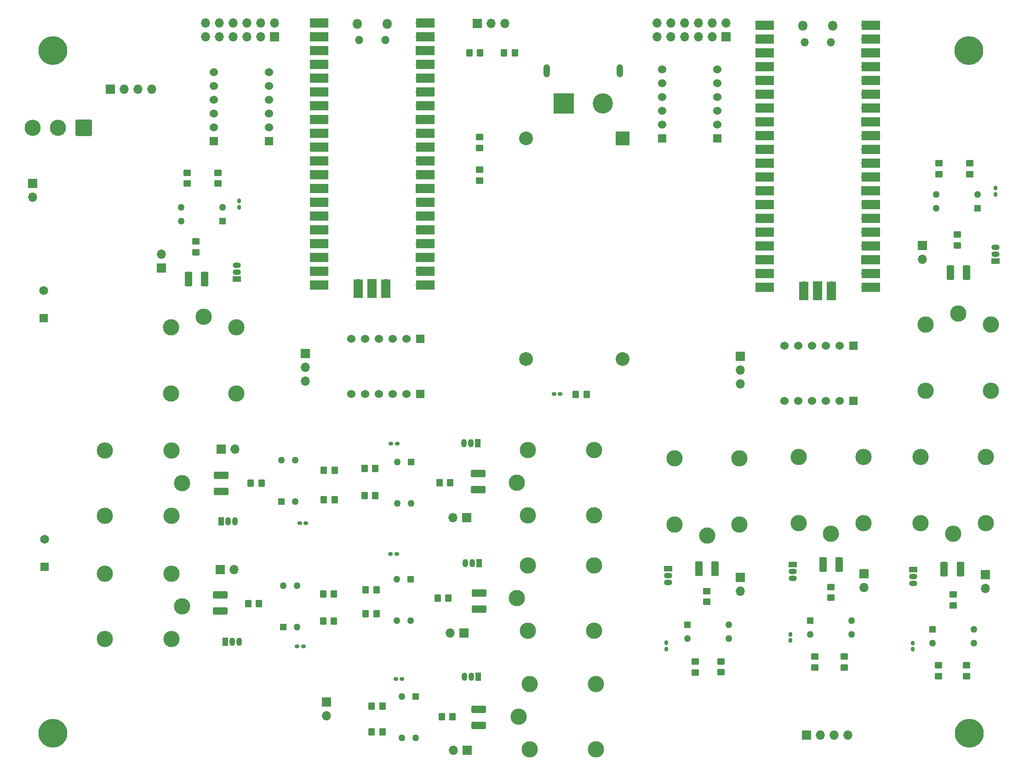
<source format=gbr>
%TF.GenerationSoftware,KiCad,Pcbnew,(6.0.5-0)*%
%TF.CreationDate,2024-02-05T16:25:51-05:00*%
%TF.ProjectId,Autonomous Drift Cart PCB,4175746f-6e6f-46d6-9f75-732044726966,rev?*%
%TF.SameCoordinates,Original*%
%TF.FileFunction,Soldermask,Top*%
%TF.FilePolarity,Negative*%
%FSLAX46Y46*%
G04 Gerber Fmt 4.6, Leading zero omitted, Abs format (unit mm)*
G04 Created by KiCad (PCBNEW (6.0.5-0)) date 2024-02-05 16:25:51*
%MOMM*%
%LPD*%
G01*
G04 APERTURE LIST*
G04 Aperture macros list*
%AMRoundRect*
0 Rectangle with rounded corners*
0 $1 Rounding radius*
0 $2 $3 $4 $5 $6 $7 $8 $9 X,Y pos of 4 corners*
0 Add a 4 corners polygon primitive as box body*
4,1,4,$2,$3,$4,$5,$6,$7,$8,$9,$2,$3,0*
0 Add four circle primitives for the rounded corners*
1,1,$1+$1,$2,$3*
1,1,$1+$1,$4,$5*
1,1,$1+$1,$6,$7*
1,1,$1+$1,$8,$9*
0 Add four rect primitives between the rounded corners*
20,1,$1+$1,$2,$3,$4,$5,0*
20,1,$1+$1,$4,$5,$6,$7,0*
20,1,$1+$1,$6,$7,$8,$9,0*
20,1,$1+$1,$8,$9,$2,$3,0*%
G04 Aperture macros list end*
%ADD10R,3.716000X3.716000*%
%ADD11C,3.716000*%
%ADD12O,1.200000X2.400000*%
%ADD13R,1.700000X1.700000*%
%ADD14O,1.700000X1.700000*%
%ADD15RoundRect,0.250000X0.350000X0.450000X-0.350000X0.450000X-0.350000X-0.450000X0.350000X-0.450000X0*%
%ADD16RoundRect,0.250001X1.074999X-0.462499X1.074999X0.462499X-1.074999X0.462499X-1.074999X-0.462499X0*%
%ADD17RoundRect,0.250000X0.450000X-0.350000X0.450000X0.350000X-0.450000X0.350000X-0.450000X-0.350000X0*%
%ADD18R,1.260000X1.260000*%
%ADD19C,1.260000*%
%ADD20RoundRect,0.250000X-0.350000X-0.450000X0.350000X-0.450000X0.350000X0.450000X-0.350000X0.450000X0*%
%ADD21C,3.000000*%
%ADD22RoundRect,0.160000X-0.222500X-0.160000X0.222500X-0.160000X0.222500X0.160000X-0.222500X0.160000X0*%
%ADD23R,1.050000X1.500000*%
%ADD24O,1.050000X1.500000*%
%ADD25RoundRect,0.250001X0.462499X1.074999X-0.462499X1.074999X-0.462499X-1.074999X0.462499X-1.074999X0*%
%ADD26RoundRect,0.160000X0.160000X-0.222500X0.160000X0.222500X-0.160000X0.222500X-0.160000X-0.222500X0*%
%ADD27RoundRect,0.250001X-1.074999X0.462499X-1.074999X-0.462499X1.074999X-0.462499X1.074999X0.462499X0*%
%ADD28RoundRect,0.250000X-0.450000X0.350000X-0.450000X-0.350000X0.450000X-0.350000X0.450000X0.350000X0*%
%ADD29RoundRect,0.250001X-0.462499X-1.074999X0.462499X-1.074999X0.462499X1.074999X-0.462499X1.074999X0*%
%ADD30R,1.650000X1.650000*%
%ADD31C,1.650000*%
%ADD32R,1.500000X1.050000*%
%ADD33O,1.500000X1.050000*%
%ADD34C,1.524000*%
%ADD35R,1.524000X1.524000*%
%ADD36RoundRect,0.160000X-0.160000X0.222500X-0.160000X-0.222500X0.160000X-0.222500X0.160000X0.222500X0*%
%ADD37R,1.700000X3.500000*%
%ADD38R,3.500000X1.700000*%
%ADD39O,1.500000X1.500000*%
%ADD40O,1.800000X1.800000*%
%ADD41C,5.300000*%
%ADD42R,2.540000X2.540000*%
%ADD43C,2.540000*%
%ADD44RoundRect,0.102000X1.387500X1.387500X-1.387500X1.387500X-1.387500X-1.387500X1.387500X-1.387500X0*%
%ADD45C,2.979000*%
%ADD46RoundRect,0.160000X0.222500X0.160000X-0.222500X0.160000X-0.222500X-0.160000X0.222500X-0.160000X0*%
G04 APERTURE END LIST*
D10*
%TO.C,J25*%
X222500000Y-61265700D03*
D11*
X229700000Y-61265700D03*
D12*
X219350000Y-55265700D03*
X232850000Y-55265700D03*
%TD*%
D13*
%TO.C,J8*%
X267250000Y-177575000D03*
D14*
X269790000Y-177575000D03*
X272330000Y-177575000D03*
X274870000Y-177575000D03*
%TD*%
D15*
%TO.C,R38*%
X200050000Y-174200000D03*
X202050000Y-174200000D03*
%TD*%
D13*
%TO.C,J1*%
X169230000Y-48950000D03*
D14*
X169230000Y-46410000D03*
X166690000Y-48950000D03*
X166690000Y-46410000D03*
X164150000Y-48950000D03*
X164150000Y-46410000D03*
X161610000Y-48950000D03*
X161610000Y-46410000D03*
X159070000Y-48950000D03*
X159070000Y-46410000D03*
X156530000Y-48950000D03*
X156530000Y-46410000D03*
%TD*%
D16*
%TO.C,D21*%
X159260000Y-151750000D03*
X159260000Y-154725000D03*
%TD*%
D17*
%TO.C,R2*%
X274200000Y-165125000D03*
X274200000Y-163125000D03*
%TD*%
D18*
%TO.C,Q1*%
X245322500Y-157280000D03*
D19*
X245322500Y-159820000D03*
X252942500Y-159820000D03*
X252942500Y-157280000D03*
%TD*%
D20*
%TO.C,R6*%
X224750000Y-114800000D03*
X226750000Y-114800000D03*
%TD*%
D17*
%TO.C,R3*%
X296650000Y-166725000D03*
X296650000Y-164725000D03*
%TD*%
D21*
%TO.C,K10*%
X216250000Y-168200000D03*
X216250000Y-180200000D03*
X228450000Y-180200000D03*
X228450000Y-168200000D03*
X214250000Y-174200000D03*
%TD*%
D15*
%TO.C,R7*%
X213550000Y-51950000D03*
X211550000Y-51950000D03*
%TD*%
D13*
%TO.C,J16*%
X148450000Y-91550000D03*
D14*
X148450000Y-89010000D03*
%TD*%
D13*
%TO.C,J15*%
X204640000Y-137500000D03*
D14*
X202100000Y-137500000D03*
%TD*%
D22*
%TO.C,D4*%
X190627500Y-144250000D03*
X191772500Y-144250000D03*
%TD*%
D23*
%TO.C,Q9*%
X206920000Y-145900000D03*
D24*
X205650000Y-145900000D03*
X204380000Y-145900000D03*
%TD*%
D13*
%TO.C,J14*%
X204190000Y-158750000D03*
D14*
X201650000Y-158750000D03*
%TD*%
D25*
%TO.C,D18*%
X156400000Y-93600000D03*
X153425000Y-93600000D03*
%TD*%
D20*
%TO.C,R21*%
X166410000Y-153350000D03*
X164410000Y-153350000D03*
%TD*%
D26*
%TO.C,D3*%
X286750000Y-161777500D03*
X286750000Y-160632500D03*
%TD*%
D27*
%TO.C,D12*%
X206950000Y-151375000D03*
X206950000Y-154350000D03*
%TD*%
D19*
%TO.C,Q21*%
X195270000Y-178092500D03*
X192730000Y-178092500D03*
X192730000Y-170472500D03*
D18*
X195270000Y-170472500D03*
%TD*%
D28*
%TO.C,R31*%
X158850000Y-74000000D03*
X158850000Y-76000000D03*
%TD*%
D14*
%TO.C,J30*%
X124700000Y-78515000D03*
D13*
X124700000Y-75975000D03*
%TD*%
%TO.C,J3*%
X139070000Y-58600000D03*
D14*
X141610000Y-58600000D03*
X144150000Y-58600000D03*
X146690000Y-58600000D03*
%TD*%
D20*
%TO.C,R5*%
X185850000Y-133450000D03*
X187850000Y-133450000D03*
%TD*%
D29*
%TO.C,D11*%
X292575000Y-147025000D03*
X295550000Y-147025000D03*
%TD*%
D30*
%TO.C,J10*%
X126900000Y-146540000D03*
D31*
X126900000Y-141460000D03*
%TD*%
D16*
%TO.C,D19*%
X159410000Y-132687500D03*
X159410000Y-129712500D03*
%TD*%
D32*
%TO.C,Q7*%
X264700000Y-146125000D03*
D33*
X264700000Y-147395000D03*
X264700000Y-148665000D03*
%TD*%
D18*
%TO.C,Q3*%
X290440000Y-158105000D03*
D19*
X290440000Y-160645000D03*
X298060000Y-160645000D03*
X298060000Y-158105000D03*
%TD*%
D34*
%TO.C,U2*%
X188480000Y-114780000D03*
X188480000Y-104620000D03*
X191020000Y-114780000D03*
D35*
X196100000Y-114780000D03*
D34*
X193560000Y-114780000D03*
X185940000Y-114780000D03*
X183400000Y-114780000D03*
X191020000Y-104620000D03*
D35*
X196100000Y-104620000D03*
D34*
X193560000Y-104620000D03*
X185940000Y-104620000D03*
X183400000Y-104620000D03*
%TD*%
D28*
%TO.C,R22*%
X207000000Y-67450000D03*
X207000000Y-69450000D03*
%TD*%
D24*
%TO.C,Q18*%
X162730000Y-160360000D03*
X161460000Y-160360000D03*
D23*
X160190000Y-160360000D03*
%TD*%
D21*
%TO.C,K2*%
X271750000Y-140525000D03*
X265750000Y-126325000D03*
X277750000Y-126325000D03*
X277750000Y-138525000D03*
X265750000Y-138525000D03*
%TD*%
%TO.C,K5*%
X213900000Y-131100000D03*
X228100000Y-125100000D03*
X228100000Y-137100000D03*
X215900000Y-137100000D03*
X215900000Y-125100000D03*
%TD*%
D36*
%TO.C,D22*%
X302000000Y-76855000D03*
X302000000Y-78000000D03*
%TD*%
D21*
%TO.C,K9*%
X152260000Y-153850000D03*
X138060000Y-159850000D03*
X138060000Y-147850000D03*
X150260000Y-147850000D03*
X150260000Y-159850000D03*
%TD*%
D37*
%TO.C,U3*%
X189790000Y-95350000D03*
D14*
X189790000Y-94450000D03*
D37*
X187250000Y-95350000D03*
D13*
X187250000Y-94450000D03*
D14*
X184710000Y-94450000D03*
D37*
X184710000Y-95350000D03*
D14*
X196140000Y-46420000D03*
D38*
X197040000Y-46420000D03*
D14*
X196140000Y-48960000D03*
D38*
X197040000Y-48960000D03*
X197040000Y-51500000D03*
D13*
X196140000Y-51500000D03*
D38*
X197040000Y-54040000D03*
D14*
X196140000Y-54040000D03*
X196140000Y-56580000D03*
D38*
X197040000Y-56580000D03*
D14*
X196140000Y-59120000D03*
D38*
X197040000Y-59120000D03*
X197040000Y-61660000D03*
D14*
X196140000Y-61660000D03*
D38*
X197040000Y-64200000D03*
D13*
X196140000Y-64200000D03*
D14*
X196140000Y-66740000D03*
D38*
X197040000Y-66740000D03*
X197040000Y-69280000D03*
D14*
X196140000Y-69280000D03*
D38*
X197040000Y-71820000D03*
D14*
X196140000Y-71820000D03*
X196140000Y-74360000D03*
D38*
X197040000Y-74360000D03*
X197040000Y-76900000D03*
D13*
X196140000Y-76900000D03*
D14*
X196140000Y-79440000D03*
D38*
X197040000Y-79440000D03*
X197040000Y-81980000D03*
D14*
X196140000Y-81980000D03*
D38*
X197040000Y-84520000D03*
D14*
X196140000Y-84520000D03*
D38*
X197040000Y-87060000D03*
D14*
X196140000Y-87060000D03*
D13*
X196140000Y-89600000D03*
D38*
X197040000Y-89600000D03*
D14*
X196140000Y-92140000D03*
D38*
X197040000Y-92140000D03*
D14*
X196140000Y-94680000D03*
D38*
X197040000Y-94680000D03*
D14*
X178360000Y-94680000D03*
D38*
X177460000Y-94680000D03*
X177460000Y-92140000D03*
D14*
X178360000Y-92140000D03*
D38*
X177460000Y-89600000D03*
D13*
X178360000Y-89600000D03*
D14*
X178360000Y-87060000D03*
D38*
X177460000Y-87060000D03*
X177460000Y-84520000D03*
D14*
X178360000Y-84520000D03*
X178360000Y-81980000D03*
D38*
X177460000Y-81980000D03*
X177460000Y-79440000D03*
D14*
X178360000Y-79440000D03*
D38*
X177460000Y-76900000D03*
D13*
X178360000Y-76900000D03*
D14*
X178360000Y-74360000D03*
D38*
X177460000Y-74360000D03*
D14*
X178360000Y-71820000D03*
D38*
X177460000Y-71820000D03*
D14*
X178360000Y-69280000D03*
D38*
X177460000Y-69280000D03*
X177460000Y-66740000D03*
D14*
X178360000Y-66740000D03*
D38*
X177460000Y-64200000D03*
D13*
X178360000Y-64200000D03*
D14*
X178360000Y-61660000D03*
D38*
X177460000Y-61660000D03*
D14*
X178360000Y-59120000D03*
D38*
X177460000Y-59120000D03*
D14*
X178360000Y-56580000D03*
D38*
X177460000Y-56580000D03*
X177460000Y-54040000D03*
D14*
X178360000Y-54040000D03*
D38*
X177460000Y-51500000D03*
D13*
X178360000Y-51500000D03*
D14*
X178360000Y-48960000D03*
D38*
X177460000Y-48960000D03*
X177460000Y-46420000D03*
D14*
X178360000Y-46420000D03*
D39*
X189675000Y-49580000D03*
D40*
X184525000Y-46550000D03*
D39*
X184825000Y-49580000D03*
D40*
X189975000Y-46550000D03*
%TD*%
D31*
%TO.C,J20*%
X126800000Y-95710000D03*
D30*
X126800000Y-100790000D03*
%TD*%
D14*
%TO.C,J9*%
X202235000Y-180350000D03*
D13*
X204775000Y-180350000D03*
%TD*%
D23*
%TO.C,Q10*%
X206670000Y-123790000D03*
D24*
X205400000Y-123790000D03*
X204130000Y-123790000D03*
%TD*%
D29*
%TO.C,D9*%
X247412500Y-146900000D03*
X250387500Y-146900000D03*
%TD*%
D18*
%TO.C,Q19*%
X298710000Y-80520000D03*
D19*
X298710000Y-77980000D03*
X291090000Y-77980000D03*
X291090000Y-80520000D03*
%TD*%
D15*
%TO.C,R13*%
X201650000Y-131100000D03*
X199650000Y-131100000D03*
%TD*%
D25*
%TO.C,D23*%
X296700000Y-92400000D03*
X293725000Y-92400000D03*
%TD*%
D13*
%TO.C,J19*%
X159260000Y-147050000D03*
D14*
X161800000Y-147050000D03*
%TD*%
D17*
%TO.C,R24*%
X246750000Y-166050000D03*
X246750000Y-164050000D03*
%TD*%
D32*
%TO.C,Q15*%
X162350000Y-93590000D03*
D33*
X162350000Y-92320000D03*
X162350000Y-91050000D03*
%TD*%
D36*
%TO.C,D14*%
X162750000Y-79205000D03*
X162750000Y-80350000D03*
%TD*%
D21*
%TO.C,K7*%
X152260000Y-131200000D03*
X138060000Y-137200000D03*
X138060000Y-125200000D03*
X150260000Y-125200000D03*
X150260000Y-137200000D03*
%TD*%
D27*
%TO.C,D7*%
X206850000Y-175800000D03*
X206850000Y-172825000D03*
%TD*%
D20*
%TO.C,R4*%
X186050000Y-155250000D03*
X188050000Y-155250000D03*
%TD*%
D37*
%TO.C,U4*%
X271840000Y-95755000D03*
D14*
X271840000Y-94855000D03*
D13*
X269300000Y-94855000D03*
D37*
X269300000Y-95755000D03*
X266760000Y-95755000D03*
D14*
X266760000Y-94855000D03*
D38*
X279090000Y-46825000D03*
D14*
X278190000Y-46825000D03*
X278190000Y-49365000D03*
D38*
X279090000Y-49365000D03*
D13*
X278190000Y-51905000D03*
D38*
X279090000Y-51905000D03*
D14*
X278190000Y-54445000D03*
D38*
X279090000Y-54445000D03*
D14*
X278190000Y-56985000D03*
D38*
X279090000Y-56985000D03*
D14*
X278190000Y-59525000D03*
D38*
X279090000Y-59525000D03*
X279090000Y-62065000D03*
D14*
X278190000Y-62065000D03*
D13*
X278190000Y-64605000D03*
D38*
X279090000Y-64605000D03*
D14*
X278190000Y-67145000D03*
D38*
X279090000Y-67145000D03*
D14*
X278190000Y-69685000D03*
D38*
X279090000Y-69685000D03*
X279090000Y-72225000D03*
D14*
X278190000Y-72225000D03*
D38*
X279090000Y-74765000D03*
D14*
X278190000Y-74765000D03*
D38*
X279090000Y-77305000D03*
D13*
X278190000Y-77305000D03*
D14*
X278190000Y-79845000D03*
D38*
X279090000Y-79845000D03*
D14*
X278190000Y-82385000D03*
D38*
X279090000Y-82385000D03*
D14*
X278190000Y-84925000D03*
D38*
X279090000Y-84925000D03*
D14*
X278190000Y-87465000D03*
D38*
X279090000Y-87465000D03*
X279090000Y-90005000D03*
D13*
X278190000Y-90005000D03*
D38*
X279090000Y-92545000D03*
D14*
X278190000Y-92545000D03*
X278190000Y-95085000D03*
D38*
X279090000Y-95085000D03*
X259510000Y-95085000D03*
D14*
X260410000Y-95085000D03*
X260410000Y-92545000D03*
D38*
X259510000Y-92545000D03*
D13*
X260410000Y-90005000D03*
D38*
X259510000Y-90005000D03*
D14*
X260410000Y-87465000D03*
D38*
X259510000Y-87465000D03*
X259510000Y-84925000D03*
D14*
X260410000Y-84925000D03*
X260410000Y-82385000D03*
D38*
X259510000Y-82385000D03*
X259510000Y-79845000D03*
D14*
X260410000Y-79845000D03*
D13*
X260410000Y-77305000D03*
D38*
X259510000Y-77305000D03*
X259510000Y-74765000D03*
D14*
X260410000Y-74765000D03*
D38*
X259510000Y-72225000D03*
D14*
X260410000Y-72225000D03*
X260410000Y-69685000D03*
D38*
X259510000Y-69685000D03*
X259510000Y-67145000D03*
D14*
X260410000Y-67145000D03*
D38*
X259510000Y-64605000D03*
D13*
X260410000Y-64605000D03*
D38*
X259510000Y-62065000D03*
D14*
X260410000Y-62065000D03*
D38*
X259510000Y-59525000D03*
D14*
X260410000Y-59525000D03*
X260410000Y-56985000D03*
D38*
X259510000Y-56985000D03*
D14*
X260410000Y-54445000D03*
D38*
X259510000Y-54445000D03*
X259510000Y-51905000D03*
D13*
X260410000Y-51905000D03*
D38*
X259510000Y-49365000D03*
D14*
X260410000Y-49365000D03*
X260410000Y-46825000D03*
D38*
X259510000Y-46825000D03*
D40*
X266575000Y-46955000D03*
X272025000Y-46955000D03*
D39*
X266875000Y-49985000D03*
X271725000Y-49985000D03*
%TD*%
D21*
%TO.C,K4*%
X213900000Y-152350000D03*
X228100000Y-146350000D03*
X228100000Y-158350000D03*
X215900000Y-158350000D03*
X215900000Y-146350000D03*
%TD*%
D13*
%TO.C,J2*%
X174900000Y-107325000D03*
D14*
X174900000Y-109865000D03*
X174900000Y-112405000D03*
%TD*%
D29*
%TO.C,D10*%
X270262500Y-146125000D03*
X273237500Y-146125000D03*
%TD*%
D28*
%TO.C,R34*%
X291650000Y-72250000D03*
X291650000Y-74250000D03*
%TD*%
D15*
%TO.C,R8*%
X207150000Y-51950000D03*
X205150000Y-51950000D03*
%TD*%
D27*
%TO.C,D13*%
X206750000Y-129375000D03*
X206750000Y-132350000D03*
%TD*%
D13*
%TO.C,J4*%
X255000000Y-107810000D03*
D14*
X255000000Y-110350000D03*
X255000000Y-112890000D03*
%TD*%
D22*
%TO.C,D6*%
X192750000Y-167200000D03*
X191605000Y-167200000D03*
%TD*%
D18*
%TO.C,Q12*%
X170540000Y-134577500D03*
D19*
X173080000Y-134577500D03*
X173080000Y-126957500D03*
X170540000Y-126957500D03*
%TD*%
D28*
%TO.C,R32*%
X297250000Y-72250000D03*
X297250000Y-74250000D03*
%TD*%
%TO.C,R9*%
X248850000Y-151050000D03*
X248850000Y-153050000D03*
%TD*%
D14*
%TO.C,J5*%
X178825000Y-173990000D03*
D13*
X178825000Y-171450000D03*
%TD*%
D15*
%TO.C,R30*%
X180360000Y-134200000D03*
X178360000Y-134200000D03*
%TD*%
D41*
%TO.C,H1*%
X128450000Y-51500000D03*
%TD*%
D22*
%TO.C,D5*%
X220707500Y-114770000D03*
X221852500Y-114770000D03*
%TD*%
D17*
%TO.C,R18*%
X154750000Y-88650000D03*
X154750000Y-86650000D03*
%TD*%
D15*
%TO.C,R15*%
X180360000Y-128800000D03*
X178360000Y-128800000D03*
%TD*%
D28*
%TO.C,R23*%
X207050000Y-73450000D03*
X207050000Y-75450000D03*
%TD*%
D13*
%TO.C,J12*%
X277850000Y-147850000D03*
D14*
X277850000Y-150390000D03*
%TD*%
D20*
%TO.C,R37*%
X189150000Y-177000000D03*
X187150000Y-177000000D03*
%TD*%
%TO.C,R19*%
X164860000Y-131150000D03*
X166860000Y-131150000D03*
%TD*%
D34*
%TO.C,U5*%
X268230000Y-115980000D03*
X268230000Y-105820000D03*
X270770000Y-115980000D03*
D35*
X275850000Y-115980000D03*
D34*
X273310000Y-115980000D03*
X265690000Y-115980000D03*
X263150000Y-115980000D03*
X270770000Y-105820000D03*
D35*
X275850000Y-105820000D03*
D34*
X273310000Y-105820000D03*
X265690000Y-105820000D03*
X263150000Y-105820000D03*
%TD*%
D42*
%TO.C,U6*%
X233340000Y-67680000D03*
D43*
X215560000Y-67680000D03*
X215560000Y-108320000D03*
X233340000Y-108320000D03*
%TD*%
D44*
%TO.C,S2*%
X134100000Y-65750000D03*
D45*
X129400000Y-65750000D03*
X124700000Y-65750000D03*
%TD*%
D14*
%TO.C,J7*%
X239740000Y-46400000D03*
X239740000Y-48940000D03*
X242280000Y-46400000D03*
X242280000Y-48940000D03*
X244820000Y-46400000D03*
X244820000Y-48940000D03*
X247360000Y-46400000D03*
X247360000Y-48940000D03*
X249900000Y-46400000D03*
X249900000Y-48940000D03*
X252440000Y-46400000D03*
D13*
X252440000Y-48940000D03*
%TD*%
D28*
%TO.C,R14*%
X153200000Y-74000000D03*
X153200000Y-76000000D03*
%TD*%
D15*
%TO.C,R29*%
X180210000Y-156550000D03*
X178210000Y-156550000D03*
%TD*%
D46*
%TO.C,D15*%
X175032500Y-138550000D03*
X173887500Y-138550000D03*
%TD*%
D18*
%TO.C,Q11*%
X159660000Y-82920000D03*
D19*
X159660000Y-80380000D03*
X152040000Y-80380000D03*
X152040000Y-82920000D03*
%TD*%
D18*
%TO.C,Q5*%
X194420000Y-127290000D03*
D19*
X191880000Y-127290000D03*
X191880000Y-134910000D03*
X194420000Y-134910000D03*
%TD*%
D18*
%TO.C,Q4*%
X194320000Y-148872500D03*
D19*
X191780000Y-148872500D03*
X191780000Y-156492500D03*
X194320000Y-156492500D03*
%TD*%
D41*
%TO.C,H3*%
X297150000Y-51500000D03*
%TD*%
D20*
%TO.C,R28*%
X185850000Y-128450000D03*
X187850000Y-128450000D03*
%TD*%
D17*
%TO.C,R35*%
X295000000Y-87400000D03*
X295000000Y-85400000D03*
%TD*%
D22*
%TO.C,D8*%
X190700000Y-123850000D03*
X191845000Y-123850000D03*
%TD*%
D46*
%TO.C,D17*%
X174562500Y-161200000D03*
X173417500Y-161200000D03*
%TD*%
D13*
%TO.C,J13*%
X300200000Y-148050000D03*
D14*
X300200000Y-150590000D03*
%TD*%
D28*
%TO.C,R10*%
X271750000Y-150275000D03*
X271750000Y-152275000D03*
%TD*%
D21*
%TO.C,K11*%
X295150000Y-99950000D03*
X301150000Y-114150000D03*
X289150000Y-114150000D03*
X289150000Y-101950000D03*
X301150000Y-101950000D03*
%TD*%
D26*
%TO.C,D2*%
X264300000Y-160147500D03*
X264300000Y-159002500D03*
%TD*%
D41*
%TO.C,H2*%
X128450000Y-177200000D03*
%TD*%
D23*
%TO.C,Q16*%
X159410000Y-138200000D03*
D24*
X160680000Y-138200000D03*
X161950000Y-138200000D03*
%TD*%
D13*
%TO.C,J29*%
X288550000Y-87425000D03*
D14*
X288550000Y-89965000D03*
%TD*%
D33*
%TO.C,Q8*%
X286840000Y-149595000D03*
X286840000Y-148325000D03*
D32*
X286840000Y-147055000D03*
%TD*%
D41*
%TO.C,H4*%
X297200000Y-177200000D03*
%TD*%
D21*
%TO.C,K1*%
X248900000Y-140800000D03*
X242900000Y-126600000D03*
X254900000Y-126600000D03*
X254900000Y-138800000D03*
X242900000Y-138800000D03*
%TD*%
D17*
%TO.C,R26*%
X291550000Y-166725000D03*
X291550000Y-164725000D03*
%TD*%
D15*
%TO.C,R17*%
X180210000Y-151600000D03*
X178210000Y-151600000D03*
%TD*%
D18*
%TO.C,Q2*%
X267890000Y-156455000D03*
D19*
X267890000Y-158995000D03*
X275510000Y-158995000D03*
X275510000Y-156455000D03*
%TD*%
D13*
%TO.C,J11*%
X255000000Y-148525000D03*
D14*
X255000000Y-151065000D03*
%TD*%
D17*
%TO.C,R1*%
X251500000Y-166000000D03*
X251500000Y-164000000D03*
%TD*%
D32*
%TO.C,Q20*%
X302010000Y-90270000D03*
D33*
X302010000Y-89000000D03*
X302010000Y-87730000D03*
%TD*%
D21*
%TO.C,K6*%
X156200000Y-100500000D03*
X162200000Y-114700000D03*
X150200000Y-114700000D03*
X150200000Y-102500000D03*
X162200000Y-102500000D03*
%TD*%
D24*
%TO.C,Q22*%
X204250000Y-166850000D03*
X205520000Y-166850000D03*
D23*
X206790000Y-166850000D03*
%TD*%
D17*
%TO.C,R25*%
X268750000Y-165125000D03*
X268750000Y-163125000D03*
%TD*%
D34*
%TO.C,U1*%
X158070000Y-60580000D03*
X168230000Y-60580000D03*
X158070000Y-63120000D03*
D35*
X158070000Y-68200000D03*
D34*
X158070000Y-65660000D03*
X158070000Y-58040000D03*
X158070000Y-55500000D03*
X168230000Y-63120000D03*
D35*
X168230000Y-68200000D03*
D34*
X168230000Y-65660000D03*
X168230000Y-58040000D03*
X168230000Y-55500000D03*
%TD*%
D20*
%TO.C,R27*%
X186050000Y-150850000D03*
X188050000Y-150850000D03*
%TD*%
D21*
%TO.C,K3*%
X294250000Y-140525000D03*
X288250000Y-126325000D03*
X300250000Y-126325000D03*
X300250000Y-138525000D03*
X288250000Y-138525000D03*
%TD*%
D34*
%TO.C,U8*%
X250830000Y-55000000D03*
X250830000Y-57540000D03*
X250830000Y-65160000D03*
D35*
X250830000Y-67700000D03*
D34*
X250830000Y-62620000D03*
X240670000Y-55000000D03*
X240670000Y-57540000D03*
X240670000Y-65160000D03*
D35*
X240670000Y-67700000D03*
D34*
X240670000Y-62620000D03*
X250830000Y-60080000D03*
X240670000Y-60080000D03*
%TD*%
D32*
%TO.C,Q6*%
X241740000Y-146880000D03*
D33*
X241740000Y-148150000D03*
X241740000Y-149420000D03*
%TD*%
D15*
%TO.C,R12*%
X201300000Y-152350000D03*
X199300000Y-152350000D03*
%TD*%
D19*
%TO.C,Q14*%
X170840000Y-150040000D03*
X173380000Y-150040000D03*
X173380000Y-157660000D03*
D18*
X170840000Y-157660000D03*
%TD*%
D26*
%TO.C,D1*%
X241400000Y-161722500D03*
X241400000Y-160577500D03*
%TD*%
D13*
%TO.C,J6*%
X206625000Y-46500000D03*
D14*
X209165000Y-46500000D03*
X211705000Y-46500000D03*
%TD*%
D13*
%TO.C,J17*%
X159435000Y-124900000D03*
D14*
X161975000Y-124900000D03*
%TD*%
D28*
%TO.C,R11*%
X294250000Y-151675000D03*
X294250000Y-153675000D03*
%TD*%
D20*
%TO.C,R36*%
X189150000Y-172200000D03*
X187150000Y-172200000D03*
%TD*%
M02*

</source>
